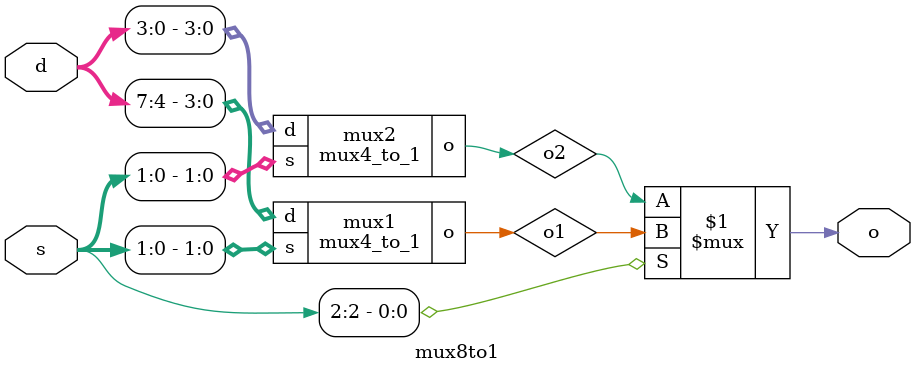
<source format=v>
`timescale 1ns / 1ps


module mux4_to_1(
    input [1:0]s,
    input [3:0]d,
    output o
);

assign o = (((!s[1])&(!s[0]))&(d[0])) | (((!s[1])&(s[0]))&(d[1])) | (((s[1])&(!s[0]))&(d[2]))  | (((s[1])&(s[0]))&(d[3]));

endmodule


module mux8to1(
    input [2:0]s,
    input [7:0]d,
    output o
);

wire o1,o2;
mux4_to_1 mux1(.d(d[7:4]),.s(s[1:0]),.o(o1));
mux4_to_1 mux2(.d(d[3:0]),.s(s[1:0]),.o(o2));

assign o = s[2]?o1:o2;
endmodule
</source>
